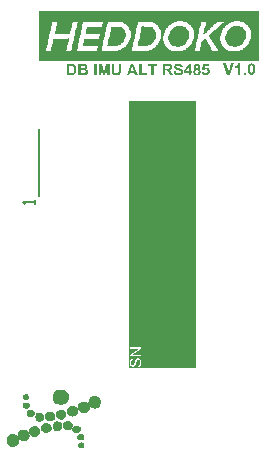
<source format=gto>
G04 Layer_Color=65535*
%FSLAX25Y25*%
%MOIN*%
G70*
G01*
G75*
%ADD32C,0.00300*%
%ADD33C,0.00200*%
%ADD34C,0.00787*%
G36*
X218548Y224950D02*
X218608D01*
X218669Y224945D01*
X218740D01*
X218882Y224928D01*
X219029Y224912D01*
X219165Y224885D01*
X219226Y224868D01*
X219280Y224852D01*
X219286D01*
X219291Y224846D01*
X219324Y224830D01*
X219373Y224803D01*
X219439Y224770D01*
X219509Y224715D01*
X219580Y224655D01*
X219651Y224579D01*
X219717Y224486D01*
Y224481D01*
X219722Y224475D01*
X219733Y224459D01*
X219744Y224442D01*
X219772Y224388D01*
X219804Y224317D01*
X219832Y224230D01*
X219859Y224131D01*
X219881Y224016D01*
X219886Y223896D01*
Y223891D01*
Y223880D01*
Y223853D01*
X219881Y223825D01*
Y223787D01*
X219875Y223749D01*
X219853Y223651D01*
X219826Y223536D01*
X219782Y223421D01*
X219717Y223301D01*
X219679Y223247D01*
X219635Y223192D01*
X219630Y223187D01*
X219624Y223181D01*
X219608Y223165D01*
X219586Y223148D01*
X219564Y223127D01*
X219531Y223099D01*
X219493Y223072D01*
X219449Y223045D01*
X219400Y223012D01*
X219340Y222985D01*
X219280Y222957D01*
X219215Y222930D01*
X219138Y222903D01*
X219062Y222881D01*
X218980Y222859D01*
X218887Y222843D01*
X218893D01*
X218898Y222837D01*
X218931Y222815D01*
X218974Y222788D01*
X219029Y222750D01*
X219094Y222701D01*
X219160Y222652D01*
X219231Y222591D01*
X219291Y222526D01*
X219297Y222520D01*
X219324Y222493D01*
X219357Y222449D01*
X219406Y222384D01*
X219471Y222302D01*
X219504Y222248D01*
X219542Y222193D01*
X219586Y222133D01*
X219630Y222067D01*
X219679Y221991D01*
X219728Y221914D01*
X220192Y221177D01*
X219275D01*
X218729Y221996D01*
X218723Y222002D01*
X218718Y222018D01*
X218701Y222040D01*
X218679Y222067D01*
X218658Y222100D01*
X218630Y222144D01*
X218570Y222231D01*
X218499Y222329D01*
X218434Y222417D01*
X218374Y222499D01*
X218347Y222526D01*
X218325Y222553D01*
X218319Y222559D01*
X218308Y222570D01*
X218286Y222591D01*
X218259Y222619D01*
X218221Y222641D01*
X218183Y222668D01*
X218139Y222690D01*
X218095Y222712D01*
X218090D01*
X218074Y222717D01*
X218046Y222728D01*
X218003Y222733D01*
X217948Y222744D01*
X217882Y222750D01*
X217806Y222755D01*
X217560D01*
Y221177D01*
X216796D01*
Y224956D01*
X218499D01*
X218548Y224950D01*
D02*
G37*
G36*
X214830Y224317D02*
X213716D01*
Y221177D01*
X212952D01*
Y224317D01*
X211833D01*
Y224956D01*
X214830D01*
Y224317D01*
D02*
G37*
G36*
X209654Y221816D02*
X211554D01*
Y221177D01*
X208890D01*
Y224928D01*
X209654D01*
Y221816D01*
D02*
G37*
G36*
X202785Y222963D02*
Y222957D01*
Y222935D01*
Y222897D01*
Y222853D01*
Y222799D01*
X202780Y222733D01*
Y222662D01*
Y222591D01*
X202769Y222433D01*
X202758Y222269D01*
X202753Y222198D01*
X202742Y222127D01*
X202731Y222062D01*
X202720Y222002D01*
Y221996D01*
X202714Y221991D01*
Y221974D01*
X202709Y221958D01*
X202693Y221903D01*
X202671Y221838D01*
X202638Y221761D01*
X202600Y221685D01*
X202551Y221603D01*
X202491Y221527D01*
X202485Y221516D01*
X202463Y221494D01*
X202425Y221461D01*
X202376Y221418D01*
X202310Y221368D01*
X202234Y221319D01*
X202147Y221265D01*
X202048Y221221D01*
X202043D01*
X202037Y221216D01*
X202021Y221210D01*
X201999Y221205D01*
X201972Y221194D01*
X201939Y221183D01*
X201895Y221172D01*
X201852Y221166D01*
X201748Y221145D01*
X201623Y221123D01*
X201481Y221112D01*
X201322Y221106D01*
X201235D01*
X201186Y221112D01*
X201136D01*
X201077Y221117D01*
X201016Y221123D01*
X200885Y221134D01*
X200749Y221156D01*
X200612Y221188D01*
X200552Y221205D01*
X200498Y221227D01*
X200492D01*
X200487Y221232D01*
X200454Y221248D01*
X200399Y221276D01*
X200339Y221314D01*
X200268Y221363D01*
X200192Y221418D01*
X200121Y221483D01*
X200055Y221554D01*
X200050Y221565D01*
X200028Y221587D01*
X200001Y221631D01*
X199968Y221685D01*
X199935Y221745D01*
X199897Y221816D01*
X199870Y221893D01*
X199843Y221974D01*
Y221980D01*
X199837Y221991D01*
Y222007D01*
X199832Y222035D01*
X199826Y222067D01*
X199821Y222111D01*
X199815Y222160D01*
X199810Y222215D01*
X199799Y222280D01*
X199793Y222351D01*
X199788Y222428D01*
X199782Y222515D01*
X199777Y222608D01*
Y222712D01*
X199771Y222821D01*
Y222935D01*
Y224956D01*
X200536D01*
Y222903D01*
Y222897D01*
Y222881D01*
Y222859D01*
Y222826D01*
Y222783D01*
Y222739D01*
X200541Y222641D01*
Y222531D01*
X200547Y222428D01*
X200552Y222378D01*
Y222335D01*
X200558Y222302D01*
X200563Y222269D01*
Y222258D01*
X200574Y222231D01*
X200590Y222187D01*
X200612Y222133D01*
X200640Y222073D01*
X200683Y222013D01*
X200732Y221947D01*
X200793Y221893D01*
X200803Y221887D01*
X200825Y221871D01*
X200869Y221849D01*
X200924Y221827D01*
X201000Y221800D01*
X201087Y221778D01*
X201186Y221761D01*
X201300Y221756D01*
X201355D01*
X201410Y221761D01*
X201481Y221773D01*
X201562Y221789D01*
X201639Y221811D01*
X201721Y221843D01*
X201786Y221887D01*
X201792Y221893D01*
X201814Y221909D01*
X201841Y221936D01*
X201874Y221974D01*
X201906Y222024D01*
X201939Y222078D01*
X201967Y222138D01*
X201983Y222209D01*
Y222220D01*
X201988Y222248D01*
X201994Y222297D01*
X202005Y222362D01*
Y222406D01*
X202010Y222455D01*
Y222510D01*
X202016Y222564D01*
Y222630D01*
X202021Y222701D01*
Y222777D01*
Y222859D01*
Y224956D01*
X202785D01*
Y222963D01*
D02*
G37*
G36*
X232226Y224230D02*
X230855D01*
X230741Y223585D01*
X230746D01*
X230752Y223591D01*
X230784Y223607D01*
X230834Y223623D01*
X230893Y223651D01*
X230970Y223673D01*
X231052Y223689D01*
X231145Y223705D01*
X231238Y223711D01*
X231287D01*
X231319Y223705D01*
X231358Y223700D01*
X231407Y223694D01*
X231461Y223684D01*
X231521Y223667D01*
X231647Y223623D01*
X231718Y223596D01*
X231784Y223563D01*
X231855Y223520D01*
X231926Y223470D01*
X231991Y223416D01*
X232056Y223356D01*
X232062Y223350D01*
X232073Y223340D01*
X232089Y223318D01*
X232111Y223290D01*
X232133Y223258D01*
X232166Y223214D01*
X232193Y223165D01*
X232226Y223110D01*
X232259Y223050D01*
X232286Y222979D01*
X232319Y222903D01*
X232340Y222826D01*
X232362Y222739D01*
X232379Y222646D01*
X232390Y222548D01*
X232395Y222444D01*
Y222439D01*
Y222422D01*
Y222400D01*
X232390Y222368D01*
Y222324D01*
X232379Y222275D01*
X232373Y222220D01*
X232362Y222166D01*
X232330Y222035D01*
X232280Y221893D01*
X232248Y221816D01*
X232215Y221745D01*
X232171Y221674D01*
X232122Y221603D01*
X232117Y221598D01*
X232106Y221581D01*
X232084Y221560D01*
X232056Y221527D01*
X232018Y221488D01*
X231969Y221445D01*
X231915Y221401D01*
X231855Y221357D01*
X231784Y221308D01*
X231707Y221265D01*
X231625Y221221D01*
X231532Y221183D01*
X231434Y221150D01*
X231330Y221128D01*
X231216Y221112D01*
X231096Y221106D01*
X231046D01*
X231008Y221112D01*
X230964Y221117D01*
X230910Y221123D01*
X230855Y221128D01*
X230790Y221139D01*
X230659Y221172D01*
X230511Y221227D01*
X230440Y221254D01*
X230369Y221292D01*
X230304Y221336D01*
X230238Y221385D01*
X230233Y221390D01*
X230222Y221396D01*
X230206Y221412D01*
X230184Y221434D01*
X230162Y221467D01*
X230129Y221499D01*
X230102Y221538D01*
X230069Y221581D01*
X230031Y221636D01*
X229998Y221691D01*
X229938Y221822D01*
X229883Y221969D01*
X229867Y222051D01*
X229851Y222138D01*
X230571Y222215D01*
Y222204D01*
X230577Y222177D01*
X230588Y222127D01*
X230604Y222073D01*
X230626Y222013D01*
X230659Y221947D01*
X230702Y221887D01*
X230752Y221827D01*
X230757Y221822D01*
X230779Y221805D01*
X230812Y221783D01*
X230855Y221756D01*
X230904Y221729D01*
X230964Y221707D01*
X231035Y221691D01*
X231106Y221685D01*
X231117D01*
X231145Y221691D01*
X231188Y221696D01*
X231243Y221707D01*
X231303Y221729D01*
X231369Y221761D01*
X231434Y221811D01*
X231494Y221871D01*
X231500Y221882D01*
X231521Y221903D01*
X231543Y221947D01*
X231576Y222013D01*
X231603Y222089D01*
X231631Y222182D01*
X231647Y222297D01*
X231652Y222428D01*
Y222433D01*
Y222444D01*
Y222460D01*
Y222488D01*
X231647Y222548D01*
X231631Y222624D01*
X231614Y222712D01*
X231587Y222799D01*
X231549Y222881D01*
X231494Y222952D01*
X231489Y222957D01*
X231467Y222979D01*
X231429Y223006D01*
X231385Y223045D01*
X231325Y223077D01*
X231254Y223105D01*
X231172Y223127D01*
X231085Y223132D01*
X231052D01*
X231030Y223127D01*
X230975Y223116D01*
X230899Y223099D01*
X230812Y223066D01*
X230719Y223017D01*
X230670Y222985D01*
X230621Y222946D01*
X230571Y222903D01*
X230522Y222853D01*
X229938Y222935D01*
X230309Y224906D01*
X232226D01*
Y224230D01*
D02*
G37*
G36*
X226089Y222570D02*
X226558D01*
Y221936D01*
X226089D01*
Y221177D01*
X225390D01*
Y221936D01*
X223839D01*
Y222564D01*
X225477Y224972D01*
X226089D01*
Y222570D01*
D02*
G37*
G36*
X186373Y224950D02*
X186476Y224945D01*
X186591Y224939D01*
X186711Y224923D01*
X186826Y224906D01*
X186930Y224879D01*
X186935D01*
X186946Y224874D01*
X186962Y224868D01*
X186984Y224863D01*
X187050Y224835D01*
X187126Y224797D01*
X187214Y224748D01*
X187312Y224688D01*
X187405Y224617D01*
X187497Y224530D01*
X187503D01*
X187508Y224519D01*
X187536Y224486D01*
X187579Y224431D01*
X187628Y224360D01*
X187689Y224273D01*
X187749Y224169D01*
X187809Y224049D01*
X187858Y223918D01*
Y223913D01*
X187863Y223902D01*
X187869Y223880D01*
X187880Y223853D01*
X187885Y223820D01*
X187896Y223776D01*
X187907Y223727D01*
X187923Y223673D01*
X187934Y223612D01*
X187945Y223541D01*
X187956Y223470D01*
X187962Y223389D01*
X187978Y223219D01*
X187983Y223028D01*
Y223023D01*
Y223006D01*
Y222985D01*
Y222952D01*
X187978Y222908D01*
Y222865D01*
X187972Y222810D01*
X187967Y222750D01*
X187956Y222624D01*
X187934Y222493D01*
X187901Y222357D01*
X187863Y222226D01*
Y222220D01*
X187858Y222209D01*
X187847Y222187D01*
X187836Y222155D01*
X187825Y222122D01*
X187803Y222084D01*
X187759Y221985D01*
X187705Y221882D01*
X187634Y221767D01*
X187552Y221658D01*
X187459Y221554D01*
X187448Y221543D01*
X187421Y221521D01*
X187377Y221488D01*
X187317Y221445D01*
X187241Y221396D01*
X187153Y221347D01*
X187044Y221297D01*
X186924Y221254D01*
X186919D01*
X186913Y221248D01*
X186897D01*
X186881Y221243D01*
X186820Y221232D01*
X186744Y221216D01*
X186651Y221199D01*
X186537Y221188D01*
X186400Y221183D01*
X186253Y221177D01*
X184822D01*
Y224956D01*
X186329D01*
X186373Y224950D01*
D02*
G37*
G36*
X228207Y224972D02*
X228256Y224967D01*
X228306Y224961D01*
X228365Y224956D01*
X228426Y224945D01*
X228562Y224912D01*
X228704Y224863D01*
X228770Y224830D01*
X228841Y224792D01*
X228901Y224748D01*
X228961Y224699D01*
X228966Y224694D01*
X228972Y224688D01*
X228988Y224672D01*
X229010Y224650D01*
X229032Y224623D01*
X229053Y224590D01*
X229114Y224508D01*
X229168Y224404D01*
X229212Y224289D01*
X229250Y224153D01*
X229256Y224077D01*
X229261Y224000D01*
Y223995D01*
Y223989D01*
Y223956D01*
X229256Y223907D01*
X229245Y223842D01*
X229228Y223771D01*
X229201Y223694D01*
X229168Y223612D01*
X229119Y223531D01*
X229114Y223520D01*
X229092Y223498D01*
X229064Y223460D01*
X229021Y223416D01*
X228966Y223361D01*
X228901Y223312D01*
X228824Y223263D01*
X228737Y223219D01*
X228742D01*
X228753Y223214D01*
X228770Y223208D01*
X228791Y223198D01*
X228846Y223165D01*
X228917Y223121D01*
X228993Y223072D01*
X229075Y223006D01*
X229152Y222930D01*
X229217Y222843D01*
X229223Y222832D01*
X229245Y222799D01*
X229272Y222750D01*
X229299Y222684D01*
X229332Y222602D01*
X229354Y222504D01*
X229376Y222400D01*
X229381Y222286D01*
Y222280D01*
Y222264D01*
Y222237D01*
X229376Y222198D01*
X229370Y222155D01*
X229365Y222100D01*
X229354Y222045D01*
X229337Y221985D01*
X229299Y221849D01*
X229272Y221778D01*
X229239Y221707D01*
X229201Y221636D01*
X229152Y221565D01*
X229103Y221499D01*
X229043Y221434D01*
X229037Y221428D01*
X229026Y221418D01*
X229010Y221401D01*
X228982Y221385D01*
X228950Y221357D01*
X228906Y221330D01*
X228862Y221303D01*
X228808Y221270D01*
X228748Y221237D01*
X228677Y221210D01*
X228606Y221183D01*
X228529Y221156D01*
X228442Y221139D01*
X228349Y221123D01*
X228256Y221112D01*
X228153Y221106D01*
X228103D01*
X228065Y221112D01*
X228022Y221117D01*
X227972Y221123D01*
X227918Y221128D01*
X227852Y221139D01*
X227716Y221172D01*
X227574Y221221D01*
X227503Y221248D01*
X227432Y221287D01*
X227361Y221325D01*
X227295Y221374D01*
X227290Y221379D01*
X227279Y221390D01*
X227257Y221407D01*
X227230Y221434D01*
X227203Y221467D01*
X227170Y221505D01*
X227132Y221554D01*
X227093Y221603D01*
X227055Y221663D01*
X227017Y221729D01*
X226984Y221800D01*
X226957Y221882D01*
X226930Y221964D01*
X226908Y222056D01*
X226897Y222149D01*
X226891Y222253D01*
Y222258D01*
Y222269D01*
Y222286D01*
Y222307D01*
X226897Y222368D01*
X226908Y222439D01*
X226930Y222526D01*
X226951Y222624D01*
X226990Y222723D01*
X227039Y222821D01*
Y222826D01*
X227044Y222832D01*
X227066Y222865D01*
X227104Y222908D01*
X227159Y222968D01*
X227224Y223034D01*
X227306Y223099D01*
X227405Y223159D01*
X227519Y223219D01*
X227514D01*
X227508Y223225D01*
X227476Y223241D01*
X227426Y223269D01*
X227366Y223301D01*
X227295Y223350D01*
X227230Y223405D01*
X227164Y223470D01*
X227110Y223541D01*
X227104Y223552D01*
X227088Y223580D01*
X227071Y223618D01*
X227050Y223678D01*
X227022Y223744D01*
X227006Y223825D01*
X226990Y223907D01*
X226984Y224000D01*
Y224006D01*
Y224016D01*
Y224038D01*
X226990Y224071D01*
X226995Y224104D01*
X227001Y224148D01*
X227022Y224246D01*
X227055Y224355D01*
X227110Y224475D01*
X227143Y224530D01*
X227181Y224590D01*
X227230Y224644D01*
X227279Y224699D01*
X227285Y224705D01*
X227295Y224710D01*
X227312Y224726D01*
X227334Y224743D01*
X227366Y224764D01*
X227399Y224786D01*
X227443Y224814D01*
X227497Y224841D01*
X227552Y224863D01*
X227612Y224890D01*
X227683Y224912D01*
X227760Y224934D01*
X227841Y224950D01*
X227929Y224967D01*
X228022Y224972D01*
X228120Y224977D01*
X228174D01*
X228207Y224972D01*
D02*
G37*
G36*
X227668Y123621D02*
X205468D01*
Y212421D01*
X227668D01*
Y123621D01*
D02*
G37*
G36*
X208464Y221177D02*
X207639D01*
X207312Y222035D01*
X205794D01*
X205483Y221177D01*
X204675D01*
X206138Y224956D01*
X206946D01*
X208464Y221177D01*
D02*
G37*
G36*
X194650D02*
X193886D01*
Y224956D01*
X194650D01*
Y221177D01*
D02*
G37*
G36*
X190391Y224950D02*
X190500Y224945D01*
X190610Y224939D01*
X190713Y224928D01*
X190806Y224917D01*
X190817D01*
X190844Y224912D01*
X190883Y224901D01*
X190937Y224885D01*
X190997Y224863D01*
X191063Y224835D01*
X191134Y224803D01*
X191199Y224759D01*
X191205Y224754D01*
X191227Y224737D01*
X191259Y224710D01*
X191303Y224677D01*
X191347Y224628D01*
X191396Y224573D01*
X191445Y224513D01*
X191489Y224442D01*
X191494Y224431D01*
X191505Y224410D01*
X191527Y224366D01*
X191549Y224311D01*
X191571Y224246D01*
X191593Y224175D01*
X191603Y224088D01*
X191609Y224000D01*
Y223995D01*
Y223989D01*
Y223956D01*
X191603Y223907D01*
X191593Y223842D01*
X191571Y223765D01*
X191549Y223684D01*
X191510Y223602D01*
X191461Y223514D01*
X191456Y223503D01*
X191434Y223476D01*
X191401Y223438D01*
X191363Y223389D01*
X191308Y223340D01*
X191243Y223279D01*
X191167Y223230D01*
X191079Y223181D01*
X191085D01*
X191096Y223176D01*
X191112Y223170D01*
X191134Y223165D01*
X191199Y223137D01*
X191276Y223099D01*
X191358Y223056D01*
X191451Y222995D01*
X191532Y222924D01*
X191609Y222837D01*
X191614Y222826D01*
X191636Y222794D01*
X191669Y222744D01*
X191702Y222679D01*
X191734Y222591D01*
X191767Y222499D01*
X191789Y222389D01*
X191795Y222269D01*
Y222264D01*
Y222258D01*
Y222226D01*
X191789Y222177D01*
X191778Y222111D01*
X191767Y222035D01*
X191745Y221947D01*
X191713Y221860D01*
X191674Y221767D01*
X191669Y221756D01*
X191653Y221729D01*
X191625Y221685D01*
X191587Y221631D01*
X191543Y221565D01*
X191483Y221505D01*
X191423Y221439D01*
X191347Y221379D01*
X191336Y221374D01*
X191308Y221357D01*
X191265Y221330D01*
X191205Y221303D01*
X191128Y221270D01*
X191041Y221243D01*
X190943Y221216D01*
X190833Y221199D01*
X190812D01*
X190790Y221194D01*
X190735D01*
X190697Y221188D01*
X190593D01*
X190528Y221183D01*
X190364D01*
X190271Y221177D01*
X188633D01*
Y224956D01*
X190293D01*
X190391Y224950D01*
D02*
G37*
G36*
X246402Y225109D02*
X246446Y225104D01*
X246501Y225093D01*
X246555Y225082D01*
X246621Y225065D01*
X246692Y225044D01*
X246757Y225016D01*
X246828Y224989D01*
X246899Y224951D01*
X246970Y224902D01*
X247041Y224852D01*
X247107Y224792D01*
X247167Y224721D01*
X247172Y224716D01*
X247183Y224700D01*
X247199Y224672D01*
X247227Y224634D01*
X247254Y224579D01*
X247287Y224514D01*
X247320Y224443D01*
X247352Y224350D01*
X247385Y224252D01*
X247423Y224137D01*
X247451Y224012D01*
X247478Y223870D01*
X247505Y223717D01*
X247522Y223553D01*
X247533Y223373D01*
X247538Y223176D01*
Y223171D01*
Y223165D01*
Y223149D01*
Y223127D01*
Y223073D01*
X247533Y223002D01*
X247527Y222914D01*
X247516Y222810D01*
X247505Y222701D01*
X247494Y222581D01*
X247472Y222456D01*
X247445Y222324D01*
X247418Y222199D01*
X247380Y222073D01*
X247341Y221948D01*
X247287Y221833D01*
X247232Y221724D01*
X247167Y221631D01*
X247161Y221626D01*
X247150Y221615D01*
X247134Y221593D01*
X247112Y221571D01*
X247079Y221544D01*
X247041Y221511D01*
X246992Y221473D01*
X246943Y221440D01*
X246883Y221402D01*
X246823Y221363D01*
X246752Y221331D01*
X246675Y221303D01*
X246593Y221282D01*
X246501Y221260D01*
X246408Y221249D01*
X246309Y221243D01*
X246288D01*
X246255Y221249D01*
X246217D01*
X246173Y221254D01*
X246118Y221265D01*
X246058Y221276D01*
X245993Y221298D01*
X245922Y221320D01*
X245851Y221347D01*
X245774Y221380D01*
X245703Y221424D01*
X245627Y221467D01*
X245556Y221527D01*
X245485Y221587D01*
X245420Y221664D01*
X245414Y221669D01*
X245403Y221686D01*
X245387Y221713D01*
X245370Y221746D01*
X245343Y221795D01*
X245316Y221855D01*
X245283Y221931D01*
X245256Y222013D01*
X245223Y222112D01*
X245190Y222221D01*
X245163Y222346D01*
X245141Y222483D01*
X245119Y222636D01*
X245103Y222805D01*
X245092Y222985D01*
X245086Y223182D01*
Y223187D01*
Y223193D01*
Y223209D01*
Y223231D01*
Y223285D01*
X245092Y223356D01*
X245097Y223444D01*
X245108Y223548D01*
X245119Y223657D01*
X245130Y223777D01*
X245152Y223902D01*
X245174Y224028D01*
X245206Y224159D01*
X245239Y224285D01*
X245283Y224405D01*
X245332Y224519D01*
X245387Y224629D01*
X245452Y224721D01*
X245458Y224727D01*
X245469Y224738D01*
X245485Y224760D01*
X245512Y224781D01*
X245540Y224814D01*
X245578Y224847D01*
X245627Y224880D01*
X245676Y224918D01*
X245736Y224956D01*
X245796Y224989D01*
X245867Y225022D01*
X245944Y225055D01*
X246025Y225076D01*
X246118Y225098D01*
X246211Y225109D01*
X246309Y225114D01*
X246364D01*
X246402Y225109D01*
D02*
G37*
G36*
X242531Y221314D02*
X241805D01*
Y224050D01*
X241799Y224044D01*
X241789Y224033D01*
X241767Y224017D01*
X241734Y223990D01*
X241696Y223957D01*
X241652Y223924D01*
X241598Y223886D01*
X241537Y223842D01*
X241472Y223799D01*
X241401Y223755D01*
X241324Y223706D01*
X241243Y223662D01*
X241068Y223580D01*
X240871Y223504D01*
Y224159D01*
X240877D01*
X240882Y224165D01*
X240899Y224170D01*
X240920Y224175D01*
X240975Y224203D01*
X241052Y224236D01*
X241144Y224279D01*
X241248Y224339D01*
X241363Y224416D01*
X241483Y224503D01*
X241488Y224509D01*
X241499Y224514D01*
X241516Y224530D01*
X241537Y224552D01*
X241598Y224607D01*
X241663Y224678D01*
X241739Y224765D01*
X241816Y224874D01*
X241887Y224989D01*
X241941Y225114D01*
X242531D01*
Y221314D01*
D02*
G37*
G36*
X244497D02*
X243771D01*
Y222041D01*
X244497D01*
Y221314D01*
D02*
G37*
G36*
X239113D02*
X238289D01*
X236935Y225093D01*
X237759D01*
X238720Y222297D01*
X239643Y225093D01*
X240456D01*
X239113Y221314D01*
D02*
G37*
G36*
X222037Y225021D02*
X222097Y225016D01*
X222168Y225010D01*
X222239Y224999D01*
X222321Y224988D01*
X222496Y224950D01*
X222583Y224923D01*
X222671Y224896D01*
X222758Y224857D01*
X222840Y224814D01*
X222917Y224764D01*
X222987Y224710D01*
X222993Y224705D01*
X223004Y224694D01*
X223020Y224677D01*
X223042Y224655D01*
X223069Y224623D01*
X223102Y224584D01*
X223135Y224541D01*
X223173Y224492D01*
X223206Y224431D01*
X223239Y224371D01*
X223271Y224300D01*
X223299Y224224D01*
X223326Y224148D01*
X223348Y224060D01*
X223364Y223973D01*
X223370Y223875D01*
X222605Y223847D01*
Y223853D01*
Y223858D01*
X222594Y223896D01*
X222583Y223945D01*
X222562Y224006D01*
X222534Y224077D01*
X222496Y224142D01*
X222447Y224208D01*
X222392Y224262D01*
X222387Y224268D01*
X222365Y224284D01*
X222327Y224306D01*
X222272Y224328D01*
X222207Y224350D01*
X222125Y224371D01*
X222026Y224388D01*
X221912Y224393D01*
X221857D01*
X221797Y224388D01*
X221726Y224377D01*
X221644Y224360D01*
X221557Y224333D01*
X221475Y224300D01*
X221399Y224251D01*
X221393Y224246D01*
X221382Y224235D01*
X221360Y224219D01*
X221339Y224191D01*
X221317Y224159D01*
X221295Y224115D01*
X221284Y224071D01*
X221279Y224016D01*
Y224011D01*
Y223995D01*
X221284Y223967D01*
X221295Y223940D01*
X221306Y223902D01*
X221322Y223864D01*
X221349Y223825D01*
X221388Y223787D01*
X221393Y223782D01*
X221420Y223765D01*
X221437Y223754D01*
X221464Y223744D01*
X221491Y223727D01*
X221530Y223711D01*
X221573Y223694D01*
X221622Y223673D01*
X221683Y223651D01*
X221743Y223629D01*
X221819Y223607D01*
X221901Y223585D01*
X221988Y223563D01*
X222087Y223536D01*
X222092D01*
X222114Y223531D01*
X222141Y223525D01*
X222179Y223514D01*
X222223Y223503D01*
X222278Y223487D01*
X222338Y223470D01*
X222398Y223454D01*
X222529Y223411D01*
X222665Y223367D01*
X222796Y223318D01*
X222851Y223290D01*
X222905Y223263D01*
X222911D01*
X222917Y223258D01*
X222949Y223236D01*
X222998Y223203D01*
X223058Y223159D01*
X223124Y223105D01*
X223195Y223039D01*
X223266Y222963D01*
X223326Y222875D01*
X223331Y222865D01*
X223348Y222832D01*
X223375Y222783D01*
X223402Y222712D01*
X223430Y222624D01*
X223457Y222520D01*
X223473Y222406D01*
X223479Y222275D01*
Y222269D01*
Y222258D01*
Y222242D01*
Y222220D01*
X223473Y222193D01*
X223468Y222155D01*
X223457Y222078D01*
X223435Y221980D01*
X223402Y221876D01*
X223353Y221773D01*
X223293Y221663D01*
Y221658D01*
X223282Y221652D01*
X223260Y221620D01*
X223217Y221565D01*
X223162Y221505D01*
X223091Y221434D01*
X222998Y221368D01*
X222900Y221303D01*
X222780Y221243D01*
X222775D01*
X222764Y221237D01*
X222747Y221232D01*
X222720Y221221D01*
X222687Y221210D01*
X222649Y221199D01*
X222605Y221188D01*
X222556Y221177D01*
X222496Y221161D01*
X222436Y221150D01*
X222294Y221128D01*
X222136Y221112D01*
X221961Y221106D01*
X221890D01*
X221841Y221112D01*
X221781Y221117D01*
X221715Y221123D01*
X221639Y221134D01*
X221557Y221150D01*
X221377Y221188D01*
X221284Y221216D01*
X221197Y221243D01*
X221104Y221281D01*
X221016Y221325D01*
X220935Y221374D01*
X220858Y221434D01*
X220853Y221439D01*
X220842Y221450D01*
X220820Y221467D01*
X220798Y221494D01*
X220765Y221532D01*
X220732Y221576D01*
X220694Y221625D01*
X220656Y221680D01*
X220618Y221745D01*
X220580Y221816D01*
X220541Y221898D01*
X220503Y221985D01*
X220476Y222078D01*
X220443Y222182D01*
X220421Y222291D01*
X220405Y222406D01*
X221147Y222477D01*
Y222471D01*
X221153Y222460D01*
Y222439D01*
X221158Y222417D01*
X221180Y222351D01*
X221207Y222269D01*
X221240Y222177D01*
X221289Y222084D01*
X221344Y222002D01*
X221415Y221925D01*
X221426Y221920D01*
X221453Y221898D01*
X221497Y221871D01*
X221562Y221838D01*
X221644Y221805D01*
X221737Y221778D01*
X221846Y221756D01*
X221972Y221751D01*
X222032D01*
X222097Y221761D01*
X222179Y221773D01*
X222267Y221789D01*
X222359Y221816D01*
X222447Y221854D01*
X222523Y221903D01*
X222534Y221909D01*
X222556Y221931D01*
X222583Y221964D01*
X222622Y222007D01*
X222654Y222062D01*
X222687Y222127D01*
X222709Y222193D01*
X222714Y222269D01*
Y222275D01*
Y222291D01*
X222709Y222319D01*
X222704Y222351D01*
X222693Y222384D01*
X222682Y222422D01*
X222660Y222460D01*
X222633Y222499D01*
X222627Y222504D01*
X222616Y222515D01*
X222600Y222531D01*
X222572Y222553D01*
X222534Y222581D01*
X222485Y222608D01*
X222430Y222635D01*
X222359Y222662D01*
X222354D01*
X222332Y222673D01*
X222294Y222684D01*
X222267Y222695D01*
X222234Y222701D01*
X222196Y222712D01*
X222152Y222728D01*
X222103Y222739D01*
X222048Y222755D01*
X221983Y222772D01*
X221912Y222788D01*
X221835Y222810D01*
X221748Y222832D01*
X221743D01*
X221721Y222837D01*
X221688Y222848D01*
X221650Y222859D01*
X221601Y222875D01*
X221540Y222892D01*
X221480Y222914D01*
X221410Y222935D01*
X221268Y222990D01*
X221131Y223056D01*
X221060Y223088D01*
X221000Y223127D01*
X220940Y223165D01*
X220891Y223203D01*
X220885Y223208D01*
X220874Y223219D01*
X220858Y223236D01*
X220836Y223258D01*
X220809Y223290D01*
X220782Y223329D01*
X220749Y223367D01*
X220722Y223416D01*
X220656Y223531D01*
X220601Y223662D01*
X220580Y223733D01*
X220563Y223804D01*
X220552Y223885D01*
X220547Y223967D01*
Y223973D01*
Y223978D01*
Y223995D01*
Y224016D01*
X220558Y224071D01*
X220569Y224142D01*
X220585Y224224D01*
X220612Y224317D01*
X220651Y224415D01*
X220705Y224508D01*
Y224513D01*
X220711Y224519D01*
X220738Y224552D01*
X220771Y224595D01*
X220825Y224650D01*
X220891Y224710D01*
X220973Y224776D01*
X221065Y224835D01*
X221175Y224890D01*
X221180D01*
X221191Y224896D01*
X221207Y224901D01*
X221229Y224912D01*
X221262Y224923D01*
X221295Y224934D01*
X221339Y224945D01*
X221388Y224961D01*
X221497Y224983D01*
X221622Y225005D01*
X221764Y225021D01*
X221923Y225027D01*
X221988D01*
X222037Y225021D01*
D02*
G37*
G36*
X199007Y221177D02*
X198303D01*
X198297Y224148D01*
X197555Y221177D01*
X196818D01*
X196075Y224148D01*
Y221177D01*
X195371D01*
Y224956D01*
X196512D01*
X197189Y222373D01*
X197861Y224956D01*
X199007D01*
Y221177D01*
D02*
G37*
%LPC*%
G36*
X208568Y126824D02*
X208519D01*
X208409Y126819D01*
X208306Y126803D01*
X208213Y126775D01*
X208136Y126748D01*
X208071Y126715D01*
X208022Y126693D01*
X207994Y126672D01*
X207983Y126666D01*
X207902Y126601D01*
X207825Y126524D01*
X207760Y126442D01*
X207699Y126360D01*
X207656Y126289D01*
X207623Y126229D01*
X207612Y126207D01*
X207601Y126191D01*
X207596Y126180D01*
Y126175D01*
X207574Y126131D01*
X207558Y126076D01*
X207536Y126016D01*
X207514Y125951D01*
X207476Y125814D01*
X207437Y125672D01*
X207421Y125607D01*
X207405Y125547D01*
X207388Y125487D01*
X207377Y125438D01*
X207366Y125399D01*
X207361Y125367D01*
X207355Y125345D01*
Y125339D01*
X207328Y125230D01*
X207306Y125132D01*
X207279Y125045D01*
X207257Y124968D01*
X207230Y124897D01*
X207208Y124837D01*
X207186Y124782D01*
X207170Y124733D01*
X207148Y124695D01*
X207132Y124662D01*
X207121Y124641D01*
X207104Y124619D01*
X207088Y124591D01*
X207083Y124586D01*
X207028Y124537D01*
X206973Y124504D01*
X206919Y124477D01*
X206864Y124460D01*
X206820Y124449D01*
X206782Y124444D01*
X206750D01*
X206662Y124455D01*
X206586Y124477D01*
X206520Y124509D01*
X206460Y124548D01*
X206416Y124580D01*
X206378Y124613D01*
X206356Y124635D01*
X206351Y124646D01*
X206324Y124690D01*
X206296Y124733D01*
X206253Y124837D01*
X206225Y124946D01*
X206204Y125055D01*
X206192Y125154D01*
X206187Y125197D01*
X206182Y125230D01*
Y125263D01*
Y125285D01*
Y125301D01*
Y125307D01*
X206187Y125460D01*
X206209Y125596D01*
X206242Y125705D01*
X206274Y125798D01*
X206307Y125869D01*
X206340Y125924D01*
X206362Y125951D01*
X206367Y125962D01*
X206444Y126038D01*
X206526Y126098D01*
X206613Y126147D01*
X206700Y126180D01*
X206782Y126202D01*
X206842Y126218D01*
X206870Y126224D01*
X206886Y126229D01*
X206902D01*
X206864Y126710D01*
X206744Y126699D01*
X206635Y126672D01*
X206531Y126644D01*
X206444Y126606D01*
X206373Y126573D01*
X206318Y126546D01*
X206302Y126535D01*
X206285Y126524D01*
X206280Y126519D01*
X206274D01*
X206182Y126448D01*
X206100Y126371D01*
X206029Y126289D01*
X205974Y126207D01*
X205925Y126137D01*
X205898Y126082D01*
X205887Y126060D01*
X205876Y126044D01*
X205870Y126033D01*
Y126027D01*
X205827Y125907D01*
X205794Y125776D01*
X205767Y125656D01*
X205750Y125541D01*
X205739Y125438D01*
Y125399D01*
X205734Y125361D01*
Y125334D01*
Y125307D01*
Y125296D01*
Y125290D01*
X205739Y125148D01*
X205756Y125023D01*
X205778Y124902D01*
X205799Y124799D01*
X205821Y124717D01*
X205832Y124679D01*
X205843Y124651D01*
X205854Y124629D01*
X205859Y124613D01*
X205865Y124602D01*
Y124597D01*
X205920Y124488D01*
X205980Y124389D01*
X206045Y124307D01*
X206105Y124242D01*
X206160Y124193D01*
X206204Y124154D01*
X206236Y124127D01*
X206242Y124122D01*
X206247D01*
X206340Y124067D01*
X206433Y124029D01*
X206526Y124002D01*
X206608Y123985D01*
X206679Y123974D01*
X206733Y123963D01*
X206782D01*
X206875Y123969D01*
X206962Y123985D01*
X207044Y124007D01*
X207115Y124029D01*
X207170Y124051D01*
X207214Y124073D01*
X207241Y124089D01*
X207252Y124094D01*
X207328Y124149D01*
X207399Y124215D01*
X207459Y124280D01*
X207508Y124346D01*
X207552Y124400D01*
X207579Y124449D01*
X207601Y124482D01*
X207607Y124488D01*
Y124493D01*
X207628Y124537D01*
X207650Y124586D01*
X207689Y124695D01*
X207727Y124821D01*
X207765Y124941D01*
X207798Y125050D01*
X207809Y125099D01*
X207820Y125143D01*
X207831Y125175D01*
X207836Y125203D01*
X207841Y125219D01*
Y125225D01*
X207863Y125318D01*
X207885Y125405D01*
X207907Y125481D01*
X207923Y125547D01*
X207940Y125612D01*
X207956Y125667D01*
X207967Y125716D01*
X207983Y125754D01*
X207994Y125793D01*
X208000Y125820D01*
X208016Y125864D01*
X208022Y125891D01*
X208027Y125896D01*
X208060Y125978D01*
X208098Y126049D01*
X208136Y126109D01*
X208169Y126153D01*
X208202Y126191D01*
X208224Y126213D01*
X208240Y126229D01*
X208245Y126235D01*
X208295Y126273D01*
X208349Y126300D01*
X208404Y126317D01*
X208448Y126333D01*
X208491Y126339D01*
X208524Y126344D01*
X208557D01*
X208622Y126339D01*
X208682Y126328D01*
X208737Y126311D01*
X208781Y126289D01*
X208824Y126268D01*
X208852Y126251D01*
X208873Y126240D01*
X208879Y126235D01*
X208933Y126191D01*
X208977Y126137D01*
X209015Y126082D01*
X209054Y126033D01*
X209075Y125984D01*
X209097Y125945D01*
X209108Y125918D01*
X209114Y125907D01*
X209141Y125825D01*
X209163Y125738D01*
X209174Y125651D01*
X209185Y125574D01*
X209190Y125509D01*
X209195Y125454D01*
Y125432D01*
Y125416D01*
Y125410D01*
Y125405D01*
X209190Y125285D01*
X209179Y125175D01*
X209163Y125077D01*
X209141Y124990D01*
X209119Y124919D01*
X209103Y124864D01*
X209097Y124848D01*
X209092Y124832D01*
X209086Y124826D01*
Y124821D01*
X209043Y124733D01*
X208994Y124651D01*
X208944Y124591D01*
X208895Y124537D01*
X208857Y124493D01*
X208819Y124466D01*
X208797Y124449D01*
X208791Y124444D01*
X208720Y124406D01*
X208644Y124367D01*
X208562Y124346D01*
X208491Y124324D01*
X208420Y124307D01*
X208371Y124296D01*
X208349D01*
X208333Y124291D01*
X208322D01*
X208366Y123821D01*
X208502Y123832D01*
X208633Y123854D01*
X208748Y123887D01*
X208852Y123925D01*
X208933Y123963D01*
X208966Y123980D01*
X208994Y123991D01*
X209015Y124007D01*
X209032Y124013D01*
X209043Y124023D01*
X209048D01*
X209152Y124105D01*
X209245Y124193D01*
X209321Y124286D01*
X209387Y124373D01*
X209436Y124449D01*
X209469Y124515D01*
X209479Y124537D01*
X209490Y124553D01*
X209496Y124564D01*
Y124569D01*
X209545Y124706D01*
X209583Y124848D01*
X209605Y124990D01*
X209627Y125126D01*
X209632Y125192D01*
X209638Y125247D01*
Y125296D01*
X209643Y125339D01*
Y125378D01*
Y125405D01*
Y125421D01*
Y125427D01*
X209638Y125574D01*
X209621Y125711D01*
X209594Y125836D01*
X209567Y125940D01*
X209545Y126027D01*
X209529Y126066D01*
X209518Y126098D01*
X209507Y126120D01*
X209501Y126137D01*
X209496Y126147D01*
Y126153D01*
X209436Y126268D01*
X209370Y126366D01*
X209299Y126453D01*
X209234Y126524D01*
X209179Y126579D01*
X209130Y126617D01*
X209097Y126644D01*
X209092Y126650D01*
X209086D01*
X208983Y126710D01*
X208884Y126753D01*
X208791Y126781D01*
X208704Y126803D01*
X208628Y126814D01*
X208568Y126824D01*
D02*
G37*
G36*
X209578Y130483D02*
X205799D01*
Y130002D01*
X208770D01*
X205799Y128020D01*
Y127507D01*
X209578D01*
Y127987D01*
X206613D01*
X209578Y129964D01*
Y130483D01*
D02*
G37*
G36*
X246309Y224514D02*
X246288D01*
X246260Y224509D01*
X246233Y224503D01*
X246195Y224492D01*
X246157Y224476D01*
X246113Y224454D01*
X246075Y224427D01*
X246069Y224421D01*
X246058Y224410D01*
X246042Y224388D01*
X246020Y224361D01*
X245993Y224317D01*
X245971Y224268D01*
X245944Y224203D01*
X245922Y224126D01*
Y224121D01*
X245916Y224115D01*
Y224094D01*
X245911Y224072D01*
X245905Y224039D01*
X245900Y224001D01*
X245895Y223957D01*
X245889Y223902D01*
X245878Y223837D01*
X245873Y223771D01*
X245867Y223690D01*
X245862Y223608D01*
X245856Y223509D01*
Y223411D01*
X245851Y223296D01*
Y223176D01*
Y223171D01*
Y223149D01*
Y223111D01*
Y223067D01*
Y223012D01*
X245856Y222952D01*
Y222881D01*
X245862Y222810D01*
X245867Y222657D01*
X245878Y222505D01*
X245884Y222434D01*
X245895Y222368D01*
X245905Y222308D01*
X245916Y222253D01*
X245922Y222243D01*
X245927Y222215D01*
X245944Y222172D01*
X245960Y222122D01*
X245987Y222068D01*
X246015Y222013D01*
X246047Y221964D01*
X246080Y221926D01*
X246086Y221920D01*
X246096Y221915D01*
X246118Y221899D01*
X246146Y221888D01*
X246178Y221871D01*
X246217Y221855D01*
X246260Y221849D01*
X246309Y221844D01*
X246331D01*
X246359Y221849D01*
X246386Y221855D01*
X246424Y221866D01*
X246462Y221877D01*
X246501Y221899D01*
X246539Y221926D01*
X246544Y221931D01*
X246555Y221942D01*
X246577Y221964D01*
X246599Y221997D01*
X246621Y222035D01*
X246648Y222090D01*
X246675Y222150D01*
X246697Y222226D01*
Y222232D01*
X246703Y222237D01*
Y222259D01*
X246708Y222281D01*
X246713Y222313D01*
X246719Y222352D01*
X246730Y222395D01*
X246735Y222450D01*
X246741Y222510D01*
X246752Y222581D01*
X246757Y222657D01*
X246763Y222745D01*
X246768Y222838D01*
Y222941D01*
X246774Y223056D01*
Y223176D01*
Y223182D01*
Y223203D01*
Y223242D01*
Y223285D01*
Y223340D01*
X246768Y223400D01*
Y223471D01*
X246763Y223542D01*
X246757Y223695D01*
X246746Y223842D01*
X246735Y223913D01*
X246724Y223984D01*
X246713Y224044D01*
X246703Y224094D01*
Y224099D01*
X246697Y224104D01*
X246692Y224132D01*
X246675Y224175D01*
X246659Y224230D01*
X246632Y224285D01*
X246604Y224339D01*
X246571Y224388D01*
X246539Y224427D01*
X246533Y224432D01*
X246522Y224443D01*
X246501Y224454D01*
X246473Y224470D01*
X246441Y224487D01*
X246402Y224503D01*
X246359Y224509D01*
X246309Y224514D01*
D02*
G37*
G36*
X228131Y222914D02*
X228087D01*
X228038Y222903D01*
X227983Y222892D01*
X227918Y222870D01*
X227852Y222837D01*
X227787Y222788D01*
X227732Y222728D01*
X227727Y222717D01*
X227710Y222695D01*
X227694Y222657D01*
X227672Y222608D01*
X227645Y222548D01*
X227628Y222482D01*
X227612Y222406D01*
X227607Y222329D01*
Y222324D01*
Y222319D01*
Y222302D01*
Y222280D01*
X227618Y222226D01*
X227628Y222155D01*
X227645Y222078D01*
X227672Y222002D01*
X227710Y221925D01*
X227760Y221854D01*
X227765Y221849D01*
X227787Y221827D01*
X227819Y221805D01*
X227863Y221773D01*
X227918Y221745D01*
X227983Y221718D01*
X228060Y221696D01*
X228142Y221691D01*
X228180D01*
X228218Y221702D01*
X228273Y221712D01*
X228333Y221729D01*
X228393Y221756D01*
X228453Y221794D01*
X228513Y221849D01*
X228518Y221854D01*
X228535Y221882D01*
X228562Y221914D01*
X228589Y221969D01*
X228617Y222035D01*
X228644Y222116D01*
X228660Y222209D01*
X228666Y222319D01*
Y222324D01*
Y222329D01*
Y222362D01*
X228660Y222411D01*
X228649Y222471D01*
X228628Y222542D01*
X228600Y222613D01*
X228562Y222684D01*
X228513Y222750D01*
X228507Y222755D01*
X228486Y222777D01*
X228453Y222804D01*
X228409Y222832D01*
X228355Y222865D01*
X228289Y222886D01*
X228213Y222908D01*
X228131Y222914D01*
D02*
G37*
G36*
X225390Y223869D02*
X224511Y222570D01*
X225390D01*
Y223869D01*
D02*
G37*
G36*
X190189Y222826D02*
X189398D01*
Y221816D01*
X190238D01*
X190320Y221822D01*
X190408D01*
X190495Y221827D01*
X190566Y221832D01*
X190599D01*
X190621Y221838D01*
X190626D01*
X190648Y221843D01*
X190681Y221854D01*
X190719Y221865D01*
X190762Y221887D01*
X190812Y221914D01*
X190855Y221947D01*
X190899Y221985D01*
X190904Y221991D01*
X190915Y222007D01*
X190932Y222035D01*
X190954Y222073D01*
X190975Y222116D01*
X190992Y222171D01*
X191003Y222237D01*
X191008Y222307D01*
Y222313D01*
Y222335D01*
X191003Y222368D01*
X190997Y222406D01*
X190986Y222455D01*
X190970Y222499D01*
X190948Y222548D01*
X190921Y222597D01*
X190915Y222602D01*
X190904Y222619D01*
X190888Y222641D01*
X190861Y222662D01*
X190828Y222695D01*
X190784Y222723D01*
X190735Y222750D01*
X190681Y222772D01*
X190675D01*
X190648Y222783D01*
X190604Y222788D01*
X190577Y222794D01*
X190539Y222799D01*
X190500Y222804D01*
X190451Y222810D01*
X190397Y222815D01*
X190331D01*
X190266Y222821D01*
X190189Y222826D01*
D02*
G37*
G36*
X186083Y224317D02*
X185586D01*
Y221816D01*
X186258D01*
X186329Y221822D01*
X186405D01*
X186482Y221832D01*
X186553Y221838D01*
X186613Y221849D01*
X186624D01*
X186646Y221860D01*
X186678Y221871D01*
X186722Y221887D01*
X186771Y221909D01*
X186820Y221936D01*
X186870Y221969D01*
X186919Y222007D01*
X186924Y222013D01*
X186941Y222029D01*
X186962Y222056D01*
X186990Y222095D01*
X187017Y222144D01*
X187055Y222204D01*
X187083Y222280D01*
X187115Y222368D01*
Y222373D01*
X187121Y222378D01*
Y222395D01*
X187126Y222417D01*
X187137Y222439D01*
X187143Y222471D01*
X187159Y222553D01*
X187170Y222652D01*
X187186Y222766D01*
X187192Y222908D01*
X187197Y223061D01*
Y223066D01*
Y223083D01*
Y223105D01*
Y223132D01*
Y223170D01*
X187192Y223214D01*
X187186Y223307D01*
X187175Y223416D01*
X187164Y223531D01*
X187143Y223634D01*
X187115Y223733D01*
Y223738D01*
X187110Y223744D01*
X187099Y223771D01*
X187083Y223815D01*
X187061Y223869D01*
X187028Y223924D01*
X186990Y223984D01*
X186946Y224044D01*
X186897Y224098D01*
X186891Y224104D01*
X186875Y224120D01*
X186842Y224142D01*
X186804Y224169D01*
X186749Y224202D01*
X186689Y224230D01*
X186624Y224257D01*
X186547Y224279D01*
X186542D01*
X186515Y224284D01*
X186471Y224289D01*
X186411Y224300D01*
X186373D01*
X186324Y224306D01*
X186274D01*
X186220Y224311D01*
X186154D01*
X186083Y224317D01*
D02*
G37*
G36*
X190156Y224328D02*
X189398D01*
Y223454D01*
X190129D01*
X190222Y223460D01*
X190391D01*
X190424Y223465D01*
X190457D01*
X190479Y223470D01*
X190511Y223476D01*
X190560Y223492D01*
X190610Y223509D01*
X190659Y223531D01*
X190708Y223558D01*
X190752Y223596D01*
X190757Y223602D01*
X190768Y223618D01*
X190790Y223640D01*
X190812Y223678D01*
X190828Y223722D01*
X190850Y223771D01*
X190861Y223831D01*
X190866Y223896D01*
Y223902D01*
Y223924D01*
X190861Y223956D01*
X190855Y224000D01*
X190844Y224044D01*
X190823Y224088D01*
X190801Y224137D01*
X190768Y224180D01*
X190762Y224186D01*
X190752Y224197D01*
X190724Y224219D01*
X190697Y224240D01*
X190653Y224262D01*
X190604Y224284D01*
X190544Y224300D01*
X190479Y224311D01*
X190473D01*
X190451Y224317D01*
X190391D01*
X190358Y224322D01*
X190217D01*
X190156Y224328D01*
D02*
G37*
G36*
X228125Y224404D02*
X228093D01*
X228054Y224399D01*
X228005Y224388D01*
X227951Y224371D01*
X227896Y224350D01*
X227841Y224322D01*
X227792Y224279D01*
X227787Y224273D01*
X227776Y224257D01*
X227754Y224230D01*
X227732Y224191D01*
X227710Y224142D01*
X227689Y224088D01*
X227678Y224022D01*
X227672Y223945D01*
Y223935D01*
Y223907D01*
X227678Y223869D01*
X227689Y223820D01*
X227699Y223765D01*
X227721Y223711D01*
X227754Y223656D01*
X227792Y223607D01*
X227798Y223602D01*
X227814Y223591D01*
X227841Y223569D01*
X227880Y223547D01*
X227929Y223525D01*
X227983Y223503D01*
X228049Y223492D01*
X228120Y223487D01*
X228153D01*
X228191Y223492D01*
X228240Y223503D01*
X228295Y223514D01*
X228349Y223536D01*
X228404Y223569D01*
X228453Y223607D01*
X228458Y223612D01*
X228475Y223629D01*
X228491Y223656D01*
X228518Y223700D01*
X228540Y223749D01*
X228557Y223804D01*
X228573Y223875D01*
X228578Y223951D01*
Y223962D01*
Y223984D01*
X228573Y224022D01*
X228562Y224066D01*
X228546Y224120D01*
X228524Y224175D01*
X228497Y224230D01*
X228453Y224279D01*
X228447Y224284D01*
X228431Y224300D01*
X228404Y224317D01*
X228365Y224344D01*
X228316Y224366D01*
X228262Y224382D01*
X228196Y224399D01*
X228125Y224404D01*
D02*
G37*
G36*
X206537Y224077D02*
X206023Y222673D01*
X207066D01*
X206537Y224077D01*
D02*
G37*
G36*
X218434Y224317D02*
X217560D01*
Y223356D01*
X218303D01*
X218412Y223361D01*
X218527Y223367D01*
X218641Y223372D01*
X218690Y223378D01*
X218734Y223383D01*
X218778Y223394D01*
X218805Y223399D01*
X218811D01*
X218827Y223411D01*
X218854Y223421D01*
X218882Y223438D01*
X218952Y223487D01*
X218985Y223520D01*
X219018Y223558D01*
X219023Y223563D01*
X219029Y223580D01*
X219045Y223602D01*
X219062Y223634D01*
X219073Y223678D01*
X219089Y223727D01*
X219094Y223782D01*
X219100Y223842D01*
Y223853D01*
Y223875D01*
X219094Y223907D01*
X219089Y223951D01*
X219073Y224000D01*
X219056Y224049D01*
X219029Y224104D01*
X218996Y224148D01*
X218991Y224153D01*
X218980Y224169D01*
X218952Y224186D01*
X218920Y224213D01*
X218882Y224240D01*
X218832Y224262D01*
X218772Y224284D01*
X218707Y224300D01*
X218701D01*
X218685Y224306D01*
X218652D01*
X218603Y224311D01*
X218483D01*
X218434Y224317D01*
D02*
G37*
%LPD*%
D32*
X188738Y97347D02*
X190238D01*
X188438Y97647D02*
X190238D01*
X165938D02*
X167138D01*
X188438Y97947D02*
X190238D01*
X165338D02*
X167738D01*
X188438Y98247D02*
X190238D01*
X165038D02*
X168038D01*
X188738Y98547D02*
X190238D01*
X164738D02*
X168338D01*
X189338Y98847D02*
X189638D01*
X164738D02*
X168338D01*
X164738Y99147D02*
X168638D01*
X169538Y99447D02*
X171038D01*
X164738D02*
X168638D01*
X188738Y99747D02*
X189938D01*
X168938D02*
X171638D01*
X164738D02*
X168638D01*
X188438Y100047D02*
X190238D01*
X164738D02*
X171638D01*
X188138Y100347D02*
X190238D01*
X168638D02*
X171938D01*
X164738D02*
X168338D01*
X188138Y100647D02*
X190238D01*
X164738D02*
X171938D01*
X188138Y100947D02*
X190238D01*
X173138D02*
X174638D01*
X168338D02*
X172238D01*
X165038D02*
X168038D01*
X188438Y101247D02*
X190238D01*
X172838D02*
X174938D01*
X168338D02*
X172238D01*
X165338D02*
X167738D01*
X188738Y101547D02*
X189938D01*
X172538D02*
X175238D01*
X168338D02*
X171938D01*
X165938D02*
X167138D01*
X172238Y101847D02*
X175538D01*
X168338D02*
X171938D01*
X187238Y102147D02*
X188438D01*
X177038D02*
X178238D01*
X172238D02*
X175538D01*
X168638D02*
X171938D01*
X186938Y102447D02*
X188738D01*
X176738D02*
X178838D01*
X172238D02*
X175538D01*
X168938D02*
X171638D01*
X186938Y102747D02*
X189038D01*
X176438D02*
X179138D01*
X172238D02*
X175538D01*
X169238D02*
X171038D01*
X186638Y103047D02*
X189038D01*
X180638D02*
X182138D01*
X176138D02*
X179138D01*
X172238D02*
X175538D01*
X186638Y103347D02*
X189038D01*
X184238D02*
X185738D01*
X180338D02*
X182438D01*
X176138D02*
X179438D01*
X172238D02*
X175538D01*
X186638Y103647D02*
X189038D01*
X183938D02*
X186038D01*
X180038D02*
X182738D01*
X176138D02*
X179438D01*
X172538D02*
X175238D01*
X186938Y103947D02*
X189038D01*
X183638D02*
X186038D01*
X180038D02*
X182738D01*
X176138D02*
X179438D01*
X172838D02*
X174938D01*
X187238Y104247D02*
X188438D01*
X183638D02*
X186338D01*
X180038D02*
X182738D01*
X176138D02*
X179138D01*
X173438D02*
X174338D01*
X183638Y104547D02*
X186338D01*
X180038D02*
X182738D01*
X176438D02*
X179138D01*
X183638Y104847D02*
X186338D01*
X180038D02*
X182738D01*
X176738D02*
X178838D01*
X183638Y105147D02*
X186038D01*
X180338D02*
X182738D01*
X177038D02*
X178238D01*
X183938Y105447D02*
X185738D01*
X180638D02*
X182438D01*
X184538Y105747D02*
X185438D01*
X181238D02*
X181538D01*
X175238Y106047D02*
X175838D01*
X178238Y106347D02*
X179738D01*
X174638D02*
X176438D01*
X182438Y106647D02*
X183038D01*
X177938D02*
X180338D01*
X174338D02*
X176738D01*
X181838Y106947D02*
X183638D01*
X177638D02*
X180338D01*
X174338D02*
X176738D01*
X181538Y107247D02*
X183938D01*
X177638D02*
X180338D01*
X174038D02*
X176738D01*
X186338Y107547D02*
X186638D01*
X181238D02*
X184238D01*
X177638D02*
X180638D01*
X174038D02*
X176738D01*
X171938D02*
X173138D01*
X185438Y107847D02*
X187538D01*
X181238D02*
X184238D01*
X177638D02*
X180338D01*
X174338D02*
X176738D01*
X171638D02*
X173438D01*
X185138Y108147D02*
X187838D01*
X181238D02*
X184238D01*
X177638D02*
X180338D01*
X174338D02*
X176438D01*
X171338D02*
X173738D01*
X184838Y108447D02*
X188138D01*
X181238D02*
X184238D01*
X177938D02*
X180038D01*
X174638D02*
X176138D01*
X171338D02*
X173738D01*
X184838Y108747D02*
X188138D01*
X181238D02*
X184238D01*
X178238D02*
X179738D01*
X171338D02*
X173738D01*
X189338Y109047D02*
X191138D01*
X184838D02*
X188138D01*
X181238D02*
X184238D01*
X171338D02*
X173738D01*
X189038Y109347D02*
X191438D01*
X184838D02*
X188138D01*
X181538D02*
X183938D01*
X171638D02*
X173438D01*
X188738Y109647D02*
X191738D01*
X184838D02*
X188138D01*
X182138D02*
X183338D01*
X171938D02*
X173138D01*
X188438Y109947D02*
X192038D01*
X184838D02*
X188138D01*
X193838Y110247D02*
X194138D01*
X188438D02*
X192038D01*
X185138D02*
X188138D01*
X170738D02*
X171638D01*
X192938Y110547D02*
X195038D01*
X188438D02*
X192038D01*
X185438D02*
X187838D01*
X170138D02*
X171938D01*
X192338Y110847D02*
X195338D01*
X188438D02*
X192038D01*
X185738D02*
X187238D01*
X170138D02*
X172238D01*
X192338Y111147D02*
X195638D01*
X188438D02*
X192038D01*
X170138D02*
X172238D01*
X188438Y111447D02*
X195638D01*
X182138D02*
X183038D01*
X170138D02*
X172238D01*
X192038Y111747D02*
X195938D01*
X188738D02*
X191738D01*
X181238D02*
X183938D01*
X170138D02*
X171938D01*
X191738Y112047D02*
X195938D01*
X188738D02*
X191438D01*
X180938D02*
X184238D01*
X170438D02*
X171638D01*
X191738Y112347D02*
X195938D01*
X189338D02*
X191138D01*
X180638D02*
X184538D01*
X192038Y112647D02*
X195938D01*
X180338D02*
X184838D01*
X192038Y112947D02*
X195938D01*
X180038D02*
X184838D01*
X192038Y113247D02*
X195638D01*
X180038D02*
X185138D01*
X170438D02*
X171638D01*
X192338Y113547D02*
X195338D01*
X180038D02*
X185138D01*
X170138D02*
X171938D01*
X192638Y113847D02*
X195038D01*
X180038D02*
X185138D01*
X170138D02*
X171938D01*
X193238Y114147D02*
X194438D01*
X180038D02*
X185138D01*
X170138D02*
X171938D01*
X180038Y114447D02*
X185138D01*
X170138D02*
X171638D01*
X180038Y114747D02*
X185138D01*
X170738D02*
X171338D01*
X180038Y115047D02*
X184838D01*
X180338Y115347D02*
X184838D01*
X180638Y115647D02*
X184538D01*
X180938Y115947D02*
X184238D01*
X181238Y116247D02*
X183938D01*
D33*
X175403Y242502D02*
X248603D01*
X175403Y242302D02*
X248603D01*
X175403Y242102D02*
X248603D01*
X175403Y241902D02*
X248603D01*
X175403Y241702D02*
X248603D01*
X175403Y241502D02*
X248603D01*
X175403Y241302D02*
X248603D01*
X175403Y241102D02*
X248603D01*
X175403Y240902D02*
X248603D01*
X175403Y240702D02*
X248603D01*
X175403Y240502D02*
X248603D01*
X175403Y240302D02*
X248603D01*
X175403Y240102D02*
X248603D01*
X175403Y239902D02*
X248603D01*
X175403Y239702D02*
X248603D01*
X175403Y239502D02*
X248603D01*
X175403Y239302D02*
X221003D01*
X223603D02*
X236803D01*
X237003D02*
X240003D01*
X242603D02*
X248603D01*
X175403Y239102D02*
X179603D01*
X181603D02*
X186403D01*
X188403D02*
X189803D01*
X196803D02*
X198003D01*
X203003D02*
X208203D01*
X213003D02*
X220403D01*
X224203D02*
X229203D01*
X231203D02*
X234603D01*
X237003D02*
X239403D01*
X243203D02*
X248603D01*
X175403Y238902D02*
X179603D01*
X181603D02*
X186403D01*
X188403D02*
X189803D01*
X196803D02*
X198003D01*
X203403D02*
X208003D01*
X213603D02*
X220003D01*
X224803D02*
X229203D01*
X231203D02*
X234403D01*
X237003D02*
X239003D01*
X243803D02*
X248603D01*
X175403Y238702D02*
X179403D01*
X181403D02*
X186203D01*
X188203D02*
X189803D01*
X196803D02*
X198003D01*
X203803D02*
X208003D01*
X214003D02*
X219603D01*
X225203D02*
X229003D01*
X231003D02*
X234203D01*
X236603D02*
X238603D01*
X244203D02*
X248603D01*
X175403Y238502D02*
X179403D01*
X181403D02*
X186203D01*
X188203D02*
X189803D01*
X196803D02*
X198003D01*
X204203D02*
X208003D01*
X214203D02*
X219203D01*
X225403D02*
X229003D01*
X231003D02*
X234003D01*
X236403D02*
X238203D01*
X244403D02*
X248603D01*
X175403Y238302D02*
X179403D01*
X181403D02*
X186203D01*
X188203D02*
X189603D01*
X196603D02*
X197803D01*
X204403D02*
X208003D01*
X214603D02*
X219003D01*
X225603D02*
X229003D01*
X231003D02*
X233603D01*
X236203D02*
X238003D01*
X244603D02*
X248603D01*
X175403Y238102D02*
X179403D01*
X181403D02*
X186203D01*
X188203D02*
X189603D01*
X196603D02*
X197803D01*
X204603D02*
X208003D01*
X214803D02*
X218603D01*
X225803D02*
X229003D01*
X231003D02*
X233403D01*
X236003D02*
X237603D01*
X244803D02*
X248603D01*
X175403Y237902D02*
X179403D01*
X181403D02*
X186003D01*
X188003D02*
X189603D01*
X196603D02*
X197803D01*
X204803D02*
X207803D01*
X215003D02*
X218403D01*
X226003D02*
X229003D01*
X231003D02*
X233203D01*
X235803D02*
X237403D01*
X245003D02*
X248603D01*
X175403Y237702D02*
X179203D01*
X181203D02*
X186003D01*
X188003D02*
X189603D01*
X196603D02*
X197803D01*
X205003D02*
X207803D01*
X215203D02*
X218203D01*
X226203D02*
X228803D01*
X230803D02*
X233003D01*
X235603D02*
X237203D01*
X245203D02*
X248603D01*
X175403Y237502D02*
X179203D01*
X181203D02*
X186003D01*
X188003D02*
X189603D01*
X196403D02*
X197603D01*
X205203D02*
X207803D01*
X209803D02*
X210003D01*
X215403D02*
X218003D01*
X221203D02*
X223203D01*
X226403D02*
X228803D01*
X230803D02*
X232803D01*
X235403D02*
X237003D01*
X240203D02*
X242203D01*
X245403D02*
X248603D01*
X175403Y237302D02*
X179203D01*
X181203D02*
X186003D01*
X188003D02*
X189403D01*
X191403D02*
X197603D01*
X199603D02*
X202403D01*
X205403D02*
X207803D01*
X209803D02*
X212603D01*
X215403D02*
X218003D01*
X220803D02*
X223803D01*
X226603D02*
X228803D01*
X230803D02*
X232603D01*
X235203D02*
X237003D01*
X239803D02*
X242803D01*
X245603D02*
X248603D01*
X175403Y237102D02*
X179203D01*
X181203D02*
X186003D01*
X188003D02*
X189403D01*
X191403D02*
X197603D01*
X199603D02*
X202803D01*
X205403D02*
X207603D01*
X209603D02*
X213003D01*
X215603D02*
X217803D01*
X220403D02*
X224003D01*
X226603D02*
X228803D01*
X230803D02*
X232403D01*
X235003D02*
X236803D01*
X239403D02*
X243003D01*
X245603D02*
X248603D01*
X175403Y236902D02*
X179003D01*
X181003D02*
X185803D01*
X187803D02*
X189403D01*
X191403D02*
X197603D01*
X199603D02*
X203003D01*
X205603D02*
X207603D01*
X209603D02*
X213203D01*
X215603D02*
X217603D01*
X220203D02*
X224203D01*
X226803D02*
X228603D01*
X230603D02*
X232203D01*
X234803D02*
X236603D01*
X239203D02*
X243203D01*
X245803D02*
X248603D01*
X175403Y236702D02*
X179003D01*
X181003D02*
X185803D01*
X187803D02*
X189403D01*
X191403D02*
X197603D01*
X199403D02*
X203403D01*
X205603D02*
X207603D01*
X209603D02*
X213403D01*
X215803D02*
X217403D01*
X220003D02*
X224403D01*
X226803D02*
X228603D01*
X230603D02*
X232003D01*
X234603D02*
X236403D01*
X239003D02*
X243403D01*
X245803D02*
X248603D01*
X175403Y236502D02*
X179003D01*
X181003D02*
X185803D01*
X187803D02*
X189203D01*
X191203D02*
X197403D01*
X199403D02*
X203403D01*
X205803D02*
X207603D01*
X209603D02*
X213603D01*
X215803D02*
X217403D01*
X219803D02*
X224603D01*
X227003D02*
X228603D01*
X230603D02*
X231803D01*
X234403D02*
X236403D01*
X238803D02*
X243603D01*
X246003D02*
X248603D01*
X175403Y236302D02*
X179003D01*
X181003D02*
X185803D01*
X187803D02*
X189203D01*
X191203D02*
X197403D01*
X199403D02*
X203603D01*
X205803D02*
X207603D01*
X209603D02*
X213803D01*
X216003D02*
X217203D01*
X219603D02*
X224803D01*
X227003D02*
X228603D01*
X230603D02*
X231603D01*
X234003D02*
X236203D01*
X238603D02*
X243803D01*
X246003D02*
X248603D01*
X175403Y236102D02*
X179003D01*
X181003D02*
X185603D01*
X187603D02*
X189203D01*
X191203D02*
X197403D01*
X199403D02*
X203803D01*
X205803D02*
X207403D01*
X209403D02*
X213803D01*
X216003D02*
X217203D01*
X219403D02*
X224803D01*
X227003D02*
X228603D01*
X230603D02*
X231403D01*
X233803D02*
X236203D01*
X238403D02*
X243803D01*
X246003D02*
X248603D01*
X175403Y235902D02*
X178803D01*
X180803D02*
X185603D01*
X187603D02*
X189203D01*
X191203D02*
X197403D01*
X199403D02*
X203803D01*
X206003D02*
X207403D01*
X209403D02*
X213803D01*
X216003D02*
X217003D01*
X219203D02*
X225003D01*
X227003D02*
X228403D01*
X230403D02*
X231203D01*
X233603D02*
X236003D01*
X238203D02*
X244003D01*
X246003D02*
X248603D01*
X175403Y235702D02*
X178803D01*
X180803D02*
X185603D01*
X187603D02*
X189203D01*
X191203D02*
X197203D01*
X199203D02*
X203803D01*
X206003D02*
X207403D01*
X209403D02*
X214003D01*
X216003D02*
X217003D01*
X219203D02*
X225003D01*
X227203D02*
X228403D01*
X230403D02*
X231003D01*
X233403D02*
X236003D01*
X238203D02*
X244003D01*
X246003D02*
X248603D01*
X175403Y235502D02*
X178803D01*
X180803D02*
X185603D01*
X187603D02*
X189003D01*
X191003D02*
X197203D01*
X199203D02*
X203803D01*
X206003D02*
X207403D01*
X209403D02*
X214003D01*
X216203D02*
X217003D01*
X219003D02*
X225003D01*
X227203D02*
X228403D01*
X230403D02*
X230803D01*
X233203D02*
X236003D01*
X238003D02*
X244003D01*
X246003D02*
X248603D01*
X175403Y235302D02*
X178803D01*
X180803D02*
X185603D01*
X187603D02*
X189003D01*
X191003D02*
X197203D01*
X199203D02*
X204003D01*
X206003D02*
X207403D01*
X209403D02*
X214003D01*
X216203D02*
X216803D01*
X219003D02*
X225003D01*
X227203D02*
X228403D01*
X230403D02*
X230603D01*
X233003D02*
X235803D01*
X238003D02*
X244003D01*
X246003D02*
X248603D01*
X175403Y235102D02*
X178603D01*
X187403D02*
X189003D01*
X195803D02*
X197203D01*
X199203D02*
X204003D01*
X206003D02*
X207203D01*
X209203D02*
X214003D01*
X216203D02*
X216803D01*
X219003D02*
X225003D01*
X227203D02*
X228203D01*
X230203D02*
X230403D01*
X232803D02*
X235803D01*
X238003D02*
X244003D01*
X246003D02*
X248603D01*
X175403Y234902D02*
X178603D01*
X187403D02*
X189003D01*
X195803D02*
X197203D01*
X199003D02*
X204003D01*
X206003D02*
X207203D01*
X209203D02*
X214003D01*
X216203D02*
X216803D01*
X218803D02*
X225003D01*
X227203D02*
X228203D01*
X232603D02*
X235803D01*
X237803D02*
X244003D01*
X246003D02*
X248603D01*
X175403Y234702D02*
X178603D01*
X187403D02*
X188803D01*
X195803D02*
X197003D01*
X199003D02*
X204003D01*
X206003D02*
X207203D01*
X209203D02*
X214003D01*
X216203D02*
X216803D01*
X218803D02*
X225003D01*
X227203D02*
X228203D01*
X232403D02*
X235803D01*
X237803D02*
X244003D01*
X246003D02*
X248603D01*
X175403Y234502D02*
X178603D01*
X187403D02*
X188803D01*
X195803D02*
X197003D01*
X199003D02*
X204003D01*
X206003D02*
X207203D01*
X209203D02*
X214003D01*
X216203D02*
X216603D01*
X218803D02*
X225003D01*
X227203D02*
X228203D01*
X232203D02*
X235603D01*
X237803D02*
X244003D01*
X246003D02*
X248603D01*
X175403Y234302D02*
X178603D01*
X187203D02*
X188803D01*
X195603D02*
X197003D01*
X199003D02*
X204003D01*
X206003D02*
X207003D01*
X209003D02*
X214003D01*
X216203D02*
X216603D01*
X218803D02*
X225003D01*
X227203D02*
X228203D01*
X232203D02*
X235603D01*
X237803D02*
X244003D01*
X246003D02*
X248603D01*
X175403Y234102D02*
X178403D01*
X187203D02*
X188803D01*
X195603D02*
X197003D01*
X199003D02*
X204003D01*
X206003D02*
X207003D01*
X209003D02*
X214003D01*
X216003D02*
X216603D01*
X218603D02*
X225003D01*
X227003D02*
X228003D01*
X232403D02*
X235603D01*
X237603D02*
X244003D01*
X246003D02*
X248603D01*
X175403Y233902D02*
X178403D01*
X187203D02*
X188803D01*
X195603D02*
X196803D01*
X198803D02*
X203803D01*
X206003D02*
X207003D01*
X209003D02*
X214003D01*
X216003D02*
X216603D01*
X218603D02*
X225003D01*
X227003D02*
X228003D01*
X232603D02*
X235603D01*
X237603D02*
X244003D01*
X246003D02*
X248603D01*
X175403Y233702D02*
X178403D01*
X187203D02*
X188603D01*
X195603D02*
X196803D01*
X198803D02*
X203803D01*
X205803D02*
X207003D01*
X209003D02*
X214003D01*
X216003D02*
X216603D01*
X218603D02*
X225003D01*
X227003D02*
X228003D01*
X232603D02*
X235603D01*
X237603D02*
X244003D01*
X246003D02*
X248603D01*
X175403Y233502D02*
X178403D01*
X185003D02*
X185203D01*
X187203D02*
X188603D01*
X195403D02*
X196803D01*
X198803D02*
X203803D01*
X205803D02*
X207003D01*
X209003D02*
X213803D01*
X216003D02*
X216603D01*
X218603D02*
X224803D01*
X227003D02*
X228003D01*
X232803D02*
X235603D01*
X237603D02*
X243803D01*
X246003D02*
X248603D01*
X175403Y233302D02*
X178203D01*
X180203D02*
X185003D01*
X187003D02*
X188603D01*
X190603D02*
X196803D01*
X198803D02*
X203603D01*
X205803D02*
X206803D01*
X208803D02*
X213803D01*
X216003D02*
X216603D01*
X218603D02*
X224803D01*
X227003D02*
X227803D01*
X230603D02*
X230803D01*
X232803D02*
X235603D01*
X237603D02*
X243803D01*
X246003D02*
X248603D01*
X175403Y233102D02*
X178203D01*
X180203D02*
X185003D01*
X187003D02*
X188603D01*
X190603D02*
X196803D01*
X198603D02*
X203603D01*
X205803D02*
X206803D01*
X208803D02*
X213603D01*
X215803D02*
X216603D01*
X218803D02*
X224803D01*
X226803D02*
X227803D01*
X230403D02*
X230803D01*
X233003D02*
X235603D01*
X237803D02*
X243803D01*
X245803D02*
X248603D01*
X175403Y232902D02*
X178203D01*
X180203D02*
X185003D01*
X187003D02*
X188403D01*
X190403D02*
X196603D01*
X198603D02*
X203403D01*
X205603D02*
X206803D01*
X208803D02*
X213603D01*
X215803D02*
X216603D01*
X218803D02*
X224603D01*
X226803D02*
X227803D01*
X230203D02*
X231003D01*
X233203D02*
X235603D01*
X237803D02*
X243603D01*
X245803D02*
X248603D01*
X175403Y232702D02*
X178203D01*
X180203D02*
X185003D01*
X187003D02*
X188403D01*
X190403D02*
X196603D01*
X198603D02*
X203403D01*
X205603D02*
X206803D01*
X208803D02*
X213403D01*
X215803D02*
X216603D01*
X218803D02*
X224603D01*
X226803D02*
X227803D01*
X230003D02*
X231003D01*
X233203D02*
X235603D01*
X237803D02*
X243603D01*
X245803D02*
X248603D01*
X175403Y232502D02*
X178203D01*
X180203D02*
X184803D01*
X186803D02*
X188403D01*
X190403D02*
X196603D01*
X198603D02*
X203203D01*
X205603D02*
X206603D01*
X208603D02*
X213403D01*
X215603D02*
X216803D01*
X218803D02*
X224403D01*
X226603D02*
X227803D01*
X229803D02*
X231203D01*
X233403D02*
X235803D01*
X237803D02*
X243403D01*
X245603D02*
X248603D01*
X175403Y232302D02*
X178003D01*
X180003D02*
X184803D01*
X186803D02*
X188403D01*
X190403D02*
X196603D01*
X198603D02*
X203003D01*
X205403D02*
X206603D01*
X208603D02*
X213203D01*
X215603D02*
X216803D01*
X219003D02*
X224203D01*
X226603D02*
X227603D01*
X229603D02*
X231203D01*
X233403D02*
X235803D01*
X238003D02*
X243203D01*
X245603D02*
X248603D01*
X175403Y232102D02*
X178003D01*
X180003D02*
X184803D01*
X186803D02*
X188403D01*
X190403D02*
X196403D01*
X198403D02*
X202803D01*
X205203D02*
X206603D01*
X208603D02*
X213003D01*
X215403D02*
X216803D01*
X219003D02*
X224203D01*
X226403D02*
X227603D01*
X229603D02*
X231403D01*
X233603D02*
X235803D01*
X238003D02*
X243203D01*
X245403D02*
X248603D01*
X175403Y231902D02*
X178003D01*
X180003D02*
X184803D01*
X186803D02*
X188203D01*
X190203D02*
X196403D01*
X198403D02*
X202603D01*
X205203D02*
X206603D01*
X208603D02*
X212803D01*
X215203D02*
X216803D01*
X219203D02*
X224003D01*
X226403D02*
X227603D01*
X229603D02*
X231403D01*
X233803D02*
X235803D01*
X238203D02*
X243003D01*
X245403D02*
X248603D01*
X175403Y231702D02*
X178003D01*
X180003D02*
X184803D01*
X186803D02*
X188203D01*
X190203D02*
X196403D01*
X198403D02*
X202403D01*
X205003D02*
X206603D01*
X208603D02*
X212403D01*
X215203D02*
X217003D01*
X219403D02*
X223803D01*
X226203D02*
X227603D01*
X229603D02*
X231603D01*
X233803D02*
X236003D01*
X238403D02*
X242803D01*
X245203D02*
X248603D01*
X175403Y231502D02*
X177803D01*
X179803D02*
X184603D01*
X186603D02*
X188203D01*
X190203D02*
X196403D01*
X198403D02*
X202003D01*
X204803D02*
X206403D01*
X208403D02*
X212203D01*
X215003D02*
X217003D01*
X219603D02*
X223403D01*
X226003D02*
X227403D01*
X229403D02*
X231803D01*
X234003D02*
X236003D01*
X238603D02*
X242403D01*
X245003D02*
X248603D01*
X175403Y231302D02*
X177803D01*
X179803D02*
X184603D01*
X186603D02*
X188203D01*
X190203D02*
X196403D01*
X198403D02*
X201603D01*
X204803D02*
X206403D01*
X208403D02*
X211603D01*
X214803D02*
X217203D01*
X219803D02*
X223203D01*
X226003D02*
X227403D01*
X229403D02*
X231803D01*
X234203D02*
X236203D01*
X238803D02*
X242203D01*
X245003D02*
X248603D01*
X175403Y231102D02*
X177803D01*
X179803D02*
X184603D01*
X186603D02*
X188203D01*
X190003D02*
X196203D01*
X198203D02*
X200803D01*
X204603D02*
X206403D01*
X208403D02*
X211003D01*
X214603D02*
X217203D01*
X220203D02*
X222803D01*
X225803D02*
X227403D01*
X229403D02*
X232003D01*
X234203D02*
X236203D01*
X239203D02*
X241803D01*
X244803D02*
X248603D01*
X175403Y230902D02*
X177803D01*
X179803D02*
X184603D01*
X186603D02*
X188003D01*
X195003D02*
X196203D01*
X204403D02*
X206403D01*
X214403D02*
X217403D01*
X221003D02*
X222003D01*
X225603D02*
X227403D01*
X229403D02*
X232003D01*
X234403D02*
X236403D01*
X240003D02*
X241003D01*
X244603D02*
X248603D01*
X175403Y230702D02*
X177803D01*
X179803D02*
X184603D01*
X186603D02*
X188003D01*
X195003D02*
X196203D01*
X204203D02*
X206203D01*
X214203D02*
X217603D01*
X225403D02*
X227403D01*
X229403D02*
X232203D01*
X234403D02*
X236603D01*
X244403D02*
X248603D01*
X175403Y230502D02*
X177603D01*
X179603D02*
X184403D01*
X186403D02*
X188003D01*
X195003D02*
X196203D01*
X203803D02*
X206203D01*
X214003D02*
X217803D01*
X225203D02*
X227203D01*
X229203D02*
X232403D01*
X234603D02*
X236803D01*
X244203D02*
X248603D01*
X175403Y230302D02*
X177603D01*
X179603D02*
X184403D01*
X186403D02*
X188003D01*
X194803D02*
X196003D01*
X203603D02*
X206203D01*
X213603D02*
X218003D01*
X225003D02*
X227203D01*
X229203D02*
X232403D01*
X234803D02*
X237003D01*
X244003D02*
X248603D01*
X175403Y230102D02*
X177603D01*
X179603D02*
X184403D01*
X186403D02*
X187803D01*
X194803D02*
X196003D01*
X203203D02*
X206203D01*
X213403D02*
X218203D01*
X224603D02*
X227203D01*
X229203D02*
X232603D01*
X234803D02*
X237203D01*
X243603D02*
X248603D01*
X175403Y229902D02*
X177603D01*
X179603D02*
X184403D01*
X186403D02*
X187803D01*
X194803D02*
X196003D01*
X202803D02*
X206203D01*
X213003D02*
X218403D01*
X224403D02*
X227203D01*
X229203D02*
X232603D01*
X235003D02*
X237403D01*
X243403D02*
X248603D01*
X175403Y229702D02*
X177403D01*
X179403D02*
X184203D01*
X186203D02*
X187803D01*
X194803D02*
X196003D01*
X202403D02*
X206003D01*
X212603D02*
X218803D01*
X224003D02*
X227003D01*
X229003D02*
X232803D01*
X235003D02*
X237803D01*
X243003D02*
X248603D01*
X175403Y229502D02*
X177403D01*
X179403D02*
X184203D01*
X186203D02*
X187803D01*
X194803D02*
X196003D01*
X201803D02*
X206003D01*
X212003D02*
X219203D01*
X223603D02*
X227003D01*
X229003D02*
X232803D01*
X235203D02*
X238203D01*
X242603D02*
X248603D01*
X175403Y229302D02*
X177403D01*
X179403D02*
X184203D01*
X186203D02*
X187803D01*
X194603D02*
X196003D01*
X200603D02*
X206003D01*
X210803D02*
X219803D01*
X223003D02*
X227003D01*
X229003D02*
X233003D01*
X235203D02*
X238803D01*
X242003D02*
X248603D01*
X175403Y229102D02*
X248603D01*
X175403Y228902D02*
X248603D01*
X175403Y228702D02*
X248603D01*
X175403Y228502D02*
X248603D01*
X175403Y228302D02*
X248603D01*
X175403Y228102D02*
X248603D01*
X175403Y227902D02*
X248603D01*
X175403Y227702D02*
X248603D01*
X175403Y227502D02*
X248603D01*
X175403Y227302D02*
X248603D01*
X175403Y227102D02*
X248603D01*
X175403Y226902D02*
X248603D01*
X175403Y226702D02*
X248603D01*
X175403Y226502D02*
X248603D01*
X175403Y226302D02*
X248603D01*
X175403Y226102D02*
X248603D01*
D34*
X175535Y180980D02*
Y203067D01*
X173992Y178224D02*
Y179536D01*
Y178880D01*
X170056D01*
X170712Y178224D01*
M02*

</source>
